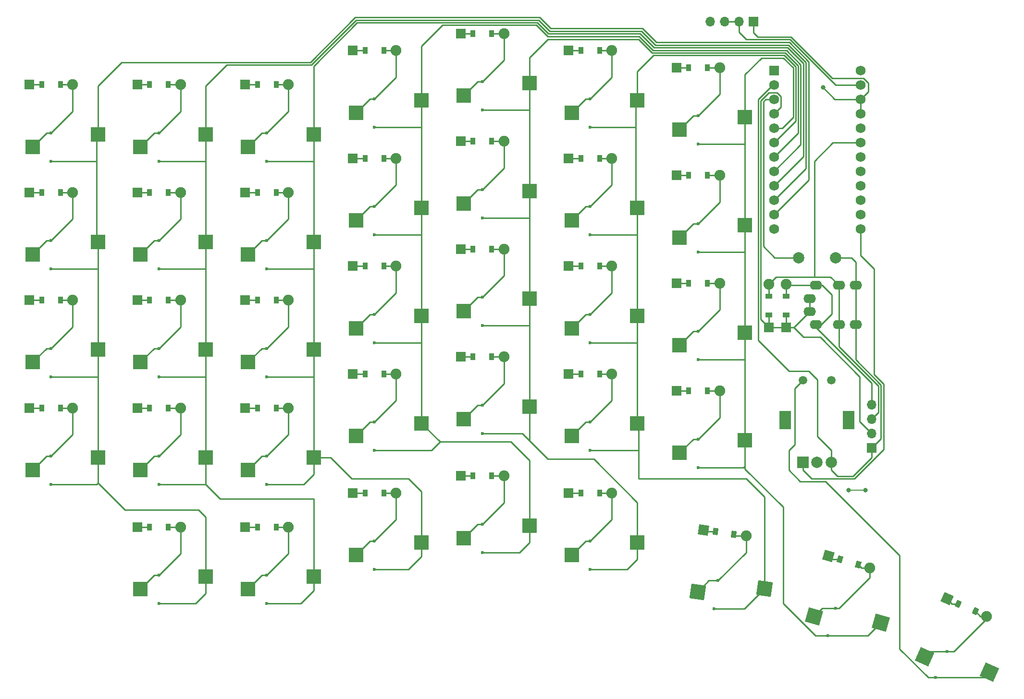
<source format=gbr>
%TF.GenerationSoftware,KiCad,Pcbnew,8.0.6*%
%TF.CreationDate,2024-11-25T22:34:01-05:00*%
%TF.ProjectId,jonkey-v2,6a6f6e6b-6579-42d7-9632-2e6b69636164,v1.0.0*%
%TF.SameCoordinates,Original*%
%TF.FileFunction,Copper,L1,Top*%
%TF.FilePolarity,Positive*%
%FSLAX46Y46*%
G04 Gerber Fmt 4.6, Leading zero omitted, Abs format (unit mm)*
G04 Created by KiCad (PCBNEW 8.0.6) date 2024-11-25 22:34:01*
%MOMM*%
%LPD*%
G01*
G04 APERTURE LIST*
G04 Aperture macros list*
%AMRotRect*
0 Rectangle, with rotation*
0 The origin of the aperture is its center*
0 $1 length*
0 $2 width*
0 $3 Rotation angle, in degrees counterclockwise*
0 Add horizontal line*
21,1,$1,$2,0,0,$3*%
G04 Aperture macros list end*
%TA.AperFunction,ComponentPad*%
%ADD10C,0.600000*%
%TD*%
%TA.AperFunction,SMDPad,CuDef*%
%ADD11R,2.600000X2.600000*%
%TD*%
%TA.AperFunction,ComponentPad*%
%ADD12R,1.778000X1.778000*%
%TD*%
%TA.AperFunction,SMDPad,CuDef*%
%ADD13R,0.900000X1.200000*%
%TD*%
%TA.AperFunction,ComponentPad*%
%ADD14C,1.905000*%
%TD*%
%TA.AperFunction,SMDPad,CuDef*%
%ADD15R,1.200000X0.900000*%
%TD*%
%TA.AperFunction,ComponentPad*%
%ADD16RotRect,1.778000X1.778000X352.000000*%
%TD*%
%TA.AperFunction,SMDPad,CuDef*%
%ADD17RotRect,0.900000X1.200000X352.000000*%
%TD*%
%TA.AperFunction,SMDPad,CuDef*%
%ADD18RotRect,2.600000X2.600000X164.000000*%
%TD*%
%TA.AperFunction,ComponentPad*%
%ADD19R,1.700000X1.700000*%
%TD*%
%TA.AperFunction,ComponentPad*%
%ADD20O,1.700000X1.700000*%
%TD*%
%TA.AperFunction,ComponentPad*%
%ADD21RotRect,1.778000X1.778000X344.000000*%
%TD*%
%TA.AperFunction,SMDPad,CuDef*%
%ADD22RotRect,0.900000X1.200000X344.000000*%
%TD*%
%TA.AperFunction,SMDPad,CuDef*%
%ADD23RotRect,2.600000X2.600000X172.000000*%
%TD*%
%TA.AperFunction,ComponentPad*%
%ADD24O,2.200000X1.600000*%
%TD*%
%TA.AperFunction,ComponentPad*%
%ADD25RotRect,1.778000X1.778000X336.000000*%
%TD*%
%TA.AperFunction,SMDPad,CuDef*%
%ADD26RotRect,0.900000X1.200000X336.000000*%
%TD*%
%TA.AperFunction,ComponentPad*%
%ADD27C,2.000000*%
%TD*%
%TA.AperFunction,SMDPad,CuDef*%
%ADD28RotRect,2.600000X2.600000X156.000000*%
%TD*%
%TA.AperFunction,ComponentPad*%
%ADD29R,1.752600X1.752600*%
%TD*%
%TA.AperFunction,ComponentPad*%
%ADD30C,1.752600*%
%TD*%
%TA.AperFunction,ComponentPad*%
%ADD31R,2.000000X3.200000*%
%TD*%
%TA.AperFunction,ComponentPad*%
%ADD32C,1.500000*%
%TD*%
%TA.AperFunction,ComponentPad*%
%ADD33R,2.000000X2.000000*%
%TD*%
%TA.AperFunction,ViaPad*%
%ADD34C,0.800000*%
%TD*%
%TA.AperFunction,Conductor*%
%ADD35C,0.250000*%
%TD*%
%TA.AperFunction,Conductor*%
%ADD36C,0.200000*%
%TD*%
G04 APERTURE END LIST*
D10*
%TO.P,REF\u002A\u002A,1*%
%TO.N,outer1_modifiers*%
X126500000Y-178000000D03*
%TD*%
%TO.P,REF\u002A\u002A,1*%
%TO.N,P19*%
X183500000Y-96000000D03*
%TD*%
%TO.P,REF\u002A\u002A,1*%
%TO.N,outer1_numbers*%
X126500000Y-100000000D03*
%TD*%
D11*
%TO.P,S26,1*%
%TO.N,index_bottom*%
X199225000Y-153450000D03*
%TO.P,S26,2*%
%TO.N,P20*%
X210775000Y-151250000D03*
%TD*%
D10*
%TO.P,REF\u002A\u002A,1*%
%TO.N,ring_modifiers*%
X164500000Y-172000000D03*
%TD*%
D12*
%TO.P,D8,1*%
%TO.N,P5*%
X122690000Y-110500000D03*
D13*
X124850000Y-110500000D03*
%TO.P,D8,2*%
%TO.N,outer1_top*%
X128150000Y-110500000D03*
D14*
X130310000Y-110500000D03*
%TD*%
D11*
%TO.P,S33,1*%
%TO.N,inner1_numbers*%
X218225000Y-99450000D03*
%TO.P,S33,2*%
%TO.N,P21*%
X229775000Y-97250000D03*
%TD*%
%TO.P,S30,1*%
%TO.N,inner1_bottom*%
X218225000Y-156450000D03*
%TO.P,S30,2*%
%TO.N,P21*%
X229775000Y-154250000D03*
%TD*%
%TO.P,S4,1*%
%TO.N,outer2_numbers*%
X104225000Y-102450000D03*
%TO.P,S4,2*%
%TO.N,P16*%
X115775000Y-100250000D03*
%TD*%
D12*
%TO.P,D5,1*%
%TO.N,P7*%
X122690000Y-169500000D03*
D13*
X124850000Y-169500000D03*
%TO.P,D5,2*%
%TO.N,outer1_modifiers*%
X128150000Y-169500000D03*
D14*
X130310000Y-169500000D03*
%TD*%
D10*
%TO.P,REF\u002A\u002A,1*%
%TO.N,P16*%
X107500000Y-143000000D03*
%TD*%
D11*
%TO.P,S25,1*%
%TO.N,index_modifiers*%
X199225000Y-174450000D03*
%TO.P,S25,2*%
%TO.N,P19*%
X210775000Y-172250000D03*
%TD*%
D14*
%TO.P,R11,2*%
%TO.N,P3*%
X234000000Y-126690000D03*
D15*
X234000000Y-128850000D03*
%TO.P,R11,1*%
%TO.N,VCC*%
X234000000Y-132150000D03*
D12*
X234000000Y-134310000D03*
%TD*%
%TO.P,D17,1*%
%TO.N,P6*%
X160690000Y-123500000D03*
D13*
X162850000Y-123500000D03*
%TO.P,D17,2*%
%TO.N,ring_home*%
X166150000Y-123500000D03*
D14*
X168310000Y-123500000D03*
%TD*%
D11*
%TO.P,S3,1*%
%TO.N,outer2_top*%
X104225000Y-121450000D03*
%TO.P,S3,2*%
%TO.N,P16*%
X115775000Y-119250000D03*
%TD*%
D10*
%TO.P,REF\u002A\u002A,1*%
%TO.N,index_top*%
X202500000Y-113000000D03*
%TD*%
%TO.P,REF\u002A\u002A,1*%
%TO.N,P14*%
X126500000Y-162000000D03*
%TD*%
D16*
%TO.P,D34,1*%
%TO.N,P7*%
X222422945Y-170018409D03*
D17*
X224561924Y-170319024D03*
%TO.P,D34,2*%
%TO.N,inner1_thumbrow*%
X227829808Y-170778296D03*
D14*
X229968787Y-171078911D03*
%TD*%
D10*
%TO.P,REF\u002A\u002A,1*%
%TO.N,inner1_top*%
X221500000Y-116000000D03*
%TD*%
D11*
%TO.P,S23,1*%
%TO.N,middle_top*%
X180225000Y-112450000D03*
%TO.P,S23,2*%
%TO.N,P19*%
X191775000Y-110250000D03*
%TD*%
D10*
%TO.P,REF\u002A\u002A,1*%
%TO.N,P14*%
X126500000Y-143000000D03*
%TD*%
D12*
%TO.P,D6,1*%
%TO.N,P10*%
X122690000Y-148500000D03*
D13*
X124850000Y-148500000D03*
%TO.P,D6,2*%
%TO.N,outer1_bottom*%
X128150000Y-148500000D03*
D14*
X130310000Y-148500000D03*
%TD*%
D11*
%TO.P,S11,1*%
%TO.N,pinky_bottom*%
X142225000Y-159450000D03*
%TO.P,S11,2*%
%TO.N,P15*%
X153775000Y-157250000D03*
%TD*%
D10*
%TO.P,REF\u002A\u002A,1*%
%TO.N,thumb1_thumbrow*%
X245769892Y-183848748D03*
%TD*%
D11*
%TO.P,S6,1*%
%TO.N,outer1_bottom*%
X123225000Y-159450000D03*
%TO.P,S6,2*%
%TO.N,P14*%
X134775000Y-157250000D03*
%TD*%
%TO.P,S24,1*%
%TO.N,middle_numbers*%
X180225000Y-93450000D03*
%TO.P,S24,2*%
%TO.N,P19*%
X191775000Y-91250000D03*
%TD*%
D12*
%TO.P,D1,1*%
%TO.N,P10*%
X103690000Y-148500000D03*
D13*
X105850000Y-148500000D03*
%TO.P,D1,2*%
%TO.N,outer2_bottom*%
X109150000Y-148500000D03*
D14*
X111310000Y-148500000D03*
%TD*%
D10*
%TO.P,REF\u002A\u002A,1*%
%TO.N,P16*%
X107500000Y-124000000D03*
%TD*%
%TO.P,REF\u002A\u002A,1*%
%TO.N,pinky_home*%
X145500000Y-138000000D03*
%TD*%
D12*
%TO.P,D7,1*%
%TO.N,P6*%
X122690000Y-129500000D03*
D13*
X124850000Y-129500000D03*
%TO.P,D7,2*%
%TO.N,outer1_home*%
X128150000Y-129500000D03*
D14*
X130310000Y-129500000D03*
%TD*%
D10*
%TO.P,REF\u002A\u002A,1*%
%TO.N,ring_top*%
X164500000Y-113000000D03*
%TD*%
%TO.P,REF\u002A\u002A,1*%
%TO.N,P20*%
X224317029Y-183917279D03*
%TD*%
D11*
%TO.P,S10,1*%
%TO.N,pinky_modifiers*%
X142225000Y-180450000D03*
%TO.P,S10,2*%
%TO.N,P14*%
X153775000Y-178250000D03*
%TD*%
D12*
%TO.P,D18,1*%
%TO.N,P5*%
X160690000Y-104500000D03*
D13*
X162850000Y-104500000D03*
%TO.P,D18,2*%
%TO.N,ring_top*%
X166150000Y-104500000D03*
D14*
X168310000Y-104500000D03*
%TD*%
D10*
%TO.P,REF\u002A\u002A,1*%
%TO.N,P15*%
X145500000Y-105000000D03*
%TD*%
%TO.P,REF\u002A\u002A,1*%
%TO.N,P19*%
X202500000Y-177000000D03*
%TD*%
%TO.P,REF\u002A\u002A,1*%
%TO.N,P20*%
X202500000Y-99000000D03*
%TD*%
%TO.P,REF\u002A\u002A,1*%
%TO.N,P18*%
X183500000Y-174000000D03*
%TD*%
D11*
%TO.P,S1,1*%
%TO.N,outer2_bottom*%
X104225000Y-159450000D03*
%TO.P,S1,2*%
%TO.N,P16*%
X115775000Y-157250000D03*
%TD*%
%TO.P,S20,1*%
%TO.N,middle_modifiers*%
X180225000Y-171450000D03*
%TO.P,S20,2*%
%TO.N,P18*%
X191775000Y-169250000D03*
%TD*%
D10*
%TO.P,REF\u002A\u002A,1*%
%TO.N,P18*%
X164500000Y-118000000D03*
%TD*%
D11*
%TO.P,S12,1*%
%TO.N,pinky_home*%
X142225000Y-140450000D03*
%TO.P,S12,2*%
%TO.N,P15*%
X153775000Y-138250000D03*
%TD*%
D10*
%TO.P,REF\u002A\u002A,1*%
%TO.N,thumb2_thumbrow*%
X265383130Y-191477421D03*
%TD*%
D11*
%TO.P,S29,1*%
%TO.N,index_numbers*%
X199225000Y-96450000D03*
%TO.P,S29,2*%
%TO.N,P20*%
X210775000Y-94250000D03*
%TD*%
D10*
%TO.P,REF\u002A\u002A,1*%
%TO.N,P19*%
X183500000Y-134000000D03*
%TD*%
%TO.P,REF\u002A\u002A,1*%
%TO.N,P21*%
X221500000Y-102000000D03*
%TD*%
%TO.P,REF\u002A\u002A,1*%
%TO.N,P14*%
X126500000Y-105000000D03*
%TD*%
%TO.P,REF\u002A\u002A,1*%
%TO.N,pinky_top*%
X145500000Y-119000000D03*
%TD*%
D11*
%TO.P,S17,1*%
%TO.N,ring_home*%
X161225000Y-134450000D03*
%TO.P,S17,2*%
%TO.N,P18*%
X172775000Y-132250000D03*
%TD*%
D10*
%TO.P,REF\u002A\u002A,1*%
%TO.N,ring_home*%
X164500000Y-132000000D03*
%TD*%
%TO.P,REF\u002A\u002A,1*%
%TO.N,P15*%
X145500000Y-162000000D03*
%TD*%
%TO.P,REF\u002A\u002A,1*%
%TO.N,P18*%
X164500000Y-156000000D03*
%TD*%
%TO.P,REF\u002A\u002A,1*%
%TO.N,P14*%
X126500000Y-124000000D03*
%TD*%
D12*
%TO.P,D4,1*%
%TO.N,P4*%
X103690000Y-91500000D03*
D13*
X105850000Y-91500000D03*
%TO.P,D4,2*%
%TO.N,outer2_numbers*%
X109150000Y-91500000D03*
D14*
X111310000Y-91500000D03*
%TD*%
D18*
%TO.P,S35,1*%
%TO.N,thumb1_thumbrow*%
X241946449Y-185301127D03*
%TO.P,S35,2*%
%TO.N,P21*%
X253655422Y-186369962D03*
%TD*%
D11*
%TO.P,S2,1*%
%TO.N,outer2_home*%
X104225000Y-140450000D03*
%TO.P,S2,2*%
%TO.N,P16*%
X115775000Y-138250000D03*
%TD*%
D10*
%TO.P,REF\u002A\u002A,1*%
%TO.N,P20*%
X202500000Y-137000000D03*
%TD*%
%TO.P,REF\u002A\u002A,1*%
%TO.N,P20*%
X202500000Y-156000000D03*
%TD*%
%TO.P,REF\u002A\u002A,1*%
%TO.N,P8*%
X263349447Y-196045148D03*
%TD*%
%TO.P,REF\u002A\u002A,1*%
%TO.N,P19*%
X183500000Y-115000000D03*
%TD*%
D12*
%TO.P,D32,1*%
%TO.N,P5*%
X217690000Y-107500000D03*
D13*
X219850000Y-107500000D03*
%TO.P,D32,2*%
%TO.N,inner1_top*%
X223150000Y-107500000D03*
D14*
X225310000Y-107500000D03*
%TD*%
D12*
%TO.P,D33,1*%
%TO.N,P4*%
X217690000Y-88500000D03*
D13*
X219850000Y-88500000D03*
%TO.P,D33,2*%
%TO.N,inner1_numbers*%
X223150000Y-88500000D03*
D14*
X225310000Y-88500000D03*
%TD*%
D11*
%TO.P,S5,1*%
%TO.N,outer1_modifiers*%
X123225000Y-180450000D03*
%TO.P,S5,2*%
%TO.N,P16*%
X134775000Y-178250000D03*
%TD*%
D10*
%TO.P,REF\u002A\u002A,1*%
%TO.N,inner1_bottom*%
X221500000Y-154000000D03*
%TD*%
D12*
%TO.P,D2,1*%
%TO.N,P6*%
X103690000Y-129500000D03*
D13*
X105850000Y-129500000D03*
%TO.P,D2,2*%
%TO.N,outer2_home*%
X109150000Y-129500000D03*
D14*
X111310000Y-129500000D03*
%TD*%
D11*
%TO.P,S22,1*%
%TO.N,middle_home*%
X180225000Y-131450000D03*
%TO.P,S22,2*%
%TO.N,P19*%
X191775000Y-129250000D03*
%TD*%
D10*
%TO.P,REF\u002A\u002A,1*%
%TO.N,P16*%
X107500000Y-162000000D03*
%TD*%
%TO.P,REF\u002A\u002A,1*%
%TO.N,P21*%
X221500000Y-159000000D03*
%TD*%
D11*
%TO.P,S28,1*%
%TO.N,index_top*%
X199225000Y-115450000D03*
%TO.P,S28,2*%
%TO.N,P20*%
X210775000Y-113250000D03*
%TD*%
D10*
%TO.P,REF\u002A\u002A,1*%
%TO.N,outer2_numbers*%
X107500000Y-100000000D03*
%TD*%
D11*
%TO.P,S27,1*%
%TO.N,index_home*%
X199225000Y-134450000D03*
%TO.P,S27,2*%
%TO.N,P20*%
X210775000Y-132250000D03*
%TD*%
D12*
%TO.P,D3,1*%
%TO.N,P5*%
X103690000Y-110500000D03*
D13*
X105850000Y-110500000D03*
%TO.P,D3,2*%
%TO.N,outer2_top*%
X109150000Y-110500000D03*
D14*
X111310000Y-110500000D03*
%TD*%
D12*
%TO.P,D25,1*%
%TO.N,P7*%
X198690000Y-163500000D03*
D13*
X200850000Y-163500000D03*
%TO.P,D25,2*%
%TO.N,index_modifiers*%
X204150000Y-163500000D03*
D14*
X206310000Y-163500000D03*
%TD*%
D11*
%TO.P,S19,1*%
%TO.N,ring_numbers*%
X161225000Y-96450000D03*
%TO.P,S19,2*%
%TO.N,P18*%
X172775000Y-94250000D03*
%TD*%
D10*
%TO.P,REF\u002A\u002A,1*%
%TO.N,P16*%
X126500000Y-183000000D03*
%TD*%
%TO.P,REF\u002A\u002A,1*%
%TO.N,inner1_numbers*%
X221500000Y-97000000D03*
%TD*%
%TO.P,REF\u002A\u002A,1*%
%TO.N,P21*%
X221500000Y-121000000D03*
%TD*%
D12*
%TO.P,D28,1*%
%TO.N,P5*%
X198690000Y-104500000D03*
D13*
X200850000Y-104500000D03*
%TO.P,D28,2*%
%TO.N,index_top*%
X204150000Y-104500000D03*
D14*
X206310000Y-104500000D03*
%TD*%
D12*
%TO.P,D12,1*%
%TO.N,P6*%
X141690000Y-129500000D03*
D13*
X143850000Y-129500000D03*
%TO.P,D12,2*%
%TO.N,pinky_home*%
X147150000Y-129500000D03*
D14*
X149310000Y-129500000D03*
%TD*%
D10*
%TO.P,REF\u002A\u002A,1*%
%TO.N,index_modifiers*%
X202500000Y-172000000D03*
%TD*%
D12*
%TO.P,D24,1*%
%TO.N,P4*%
X179690000Y-82500000D03*
D13*
X181850000Y-82500000D03*
%TO.P,D24,2*%
%TO.N,middle_numbers*%
X185150000Y-82500000D03*
D14*
X187310000Y-82500000D03*
%TD*%
D10*
%TO.P,REF\u002A\u002A,1*%
%TO.N,outer1_bottom*%
X126500000Y-157000000D03*
%TD*%
D12*
%TO.P,D31,1*%
%TO.N,P6*%
X217690000Y-126500000D03*
D13*
X219850000Y-126500000D03*
%TO.P,D31,2*%
%TO.N,inner1_home*%
X223150000Y-126500000D03*
D14*
X225310000Y-126500000D03*
%TD*%
D19*
%TO.P,SERIAL1,1*%
%TO.N,GND*%
X231300000Y-80400000D03*
D20*
%TO.P,SERIAL1,2*%
%TO.N,P0*%
X228760000Y-80400000D03*
%TO.P,SERIAL1,3*%
X226220000Y-80400000D03*
%TO.P,SERIAL1,4*%
%TO.N,VCC*%
X223680000Y-80400000D03*
%TD*%
D10*
%TO.P,REF\u002A\u002A,1*%
%TO.N,middle_top*%
X183500000Y-110000000D03*
%TD*%
%TO.P,REF\u002A\u002A,1*%
%TO.N,P15*%
X145500000Y-143000000D03*
%TD*%
%TO.P,REF\u002A\u002A,1*%
%TO.N,index_home*%
X202500000Y-132000000D03*
%TD*%
D11*
%TO.P,S13,1*%
%TO.N,pinky_top*%
X142225000Y-121450000D03*
%TO.P,S13,2*%
%TO.N,P15*%
X153775000Y-119250000D03*
%TD*%
%TO.P,S15,1*%
%TO.N,ring_modifiers*%
X161225000Y-174450000D03*
%TO.P,S15,2*%
%TO.N,P15*%
X172775000Y-172250000D03*
%TD*%
D21*
%TO.P,D35,1*%
%TO.N,P7*%
X244450403Y-174627845D03*
D22*
X246526728Y-175223221D03*
%TO.P,D35,2*%
%TO.N,thumb1_thumbrow*%
X249698892Y-176132825D03*
D14*
X251775217Y-176728201D03*
%TD*%
D12*
%TO.P,D10,1*%
%TO.N,P7*%
X141690000Y-169500000D03*
D13*
X143850000Y-169500000D03*
%TO.P,D10,2*%
%TO.N,pinky_modifiers*%
X147150000Y-169500000D03*
D14*
X149310000Y-169500000D03*
%TD*%
D11*
%TO.P,S14,1*%
%TO.N,pinky_numbers*%
X142225000Y-102450000D03*
%TO.P,S14,2*%
%TO.N,P15*%
X153775000Y-100250000D03*
%TD*%
D10*
%TO.P,REF\u002A\u002A,1*%
%TO.N,P15*%
X164500000Y-177000000D03*
%TD*%
D12*
%TO.P,D27,1*%
%TO.N,P6*%
X198690000Y-123500000D03*
D13*
X200850000Y-123500000D03*
%TO.P,D27,2*%
%TO.N,index_home*%
X204150000Y-123500000D03*
D14*
X206310000Y-123500000D03*
%TD*%
D10*
%TO.P,REF\u002A\u002A,1*%
%TO.N,index_numbers*%
X202500000Y-94000000D03*
%TD*%
%TO.P,REF\u002A\u002A,1*%
%TO.N,outer2_top*%
X107500000Y-119000000D03*
%TD*%
%TO.P,REF\u002A\u002A,1*%
%TO.N,pinky_numbers*%
X145500000Y-100000000D03*
%TD*%
D23*
%TO.P,S34,1*%
%TO.N,inner1_thumbrow*%
X221428792Y-180936303D03*
%TO.P,S34,2*%
%TO.N,P20*%
X233172569Y-180365163D03*
%TD*%
D10*
%TO.P,REF\u002A\u002A,1*%
%TO.N,middle_home*%
X183500000Y-129000000D03*
%TD*%
D11*
%TO.P,S21,1*%
%TO.N,middle_bottom*%
X180225000Y-150450000D03*
%TO.P,S21,2*%
%TO.N,P19*%
X191775000Y-148250000D03*
%TD*%
D10*
%TO.P,REF\u002A\u002A,1*%
%TO.N,outer1_top*%
X126500000Y-119000000D03*
%TD*%
D11*
%TO.P,S31,1*%
%TO.N,inner1_home*%
X218225000Y-137450000D03*
%TO.P,S31,2*%
%TO.N,P21*%
X229775000Y-135250000D03*
%TD*%
D10*
%TO.P,REF\u002A\u002A,1*%
%TO.N,outer1_home*%
X126500000Y-138000000D03*
%TD*%
D11*
%TO.P,S18,1*%
%TO.N,ring_top*%
X161225000Y-115450000D03*
%TO.P,S18,2*%
%TO.N,P18*%
X172775000Y-113250000D03*
%TD*%
D24*
%TO.P,TRRS1,1*%
%TO.N,VCC*%
X241200000Y-129200000D03*
X241200000Y-131500000D03*
%TO.P,TRRS1,2*%
%TO.N,P2*%
X242300000Y-126900000D03*
X242300000Y-133800000D03*
%TO.P,TRRS1,3*%
%TO.N,P3*%
X246300000Y-126900000D03*
X246300000Y-133800000D03*
%TO.P,TRRS1,4*%
%TO.N,GND*%
X249300000Y-126900000D03*
X249300000Y-133800000D03*
%TD*%
D12*
%TO.P,D11,1*%
%TO.N,P10*%
X141690000Y-148500000D03*
D13*
X143850000Y-148500000D03*
%TO.P,D11,2*%
%TO.N,pinky_bottom*%
X147150000Y-148500000D03*
D14*
X149310000Y-148500000D03*
%TD*%
D11*
%TO.P,S16,1*%
%TO.N,ring_bottom*%
X161225000Y-153450000D03*
%TO.P,S16,2*%
%TO.N,P18*%
X172775000Y-151250000D03*
%TD*%
D10*
%TO.P,REF\u002A\u002A,1*%
%TO.N,index_bottom*%
X202500000Y-151000000D03*
%TD*%
%TO.P,REF\u002A\u002A,1*%
%TO.N,P18*%
X164500000Y-137000000D03*
%TD*%
D12*
%TO.P,D14,1*%
%TO.N,P4*%
X141690000Y-91500000D03*
D13*
X143850000Y-91500000D03*
%TO.P,D14,2*%
%TO.N,pinky_numbers*%
X147150000Y-91500000D03*
D14*
X149310000Y-91500000D03*
%TD*%
D12*
%TO.P,D9,1*%
%TO.N,P4*%
X122690000Y-91500000D03*
D13*
X124850000Y-91500000D03*
%TO.P,D9,2*%
%TO.N,outer1_numbers*%
X128150000Y-91500000D03*
D14*
X130310000Y-91500000D03*
%TD*%
D10*
%TO.P,REF\u002A\u002A,1*%
%TO.N,outer2_home*%
X107500000Y-138000000D03*
%TD*%
D12*
%TO.P,D13,1*%
%TO.N,P5*%
X141690000Y-110500000D03*
D13*
X143850000Y-110500000D03*
%TO.P,D13,2*%
%TO.N,pinky_top*%
X147150000Y-110500000D03*
D14*
X149310000Y-110500000D03*
%TD*%
D10*
%TO.P,REF\u002A\u002A,1*%
%TO.N,P21*%
X221500000Y-140000000D03*
%TD*%
D25*
%TO.P,D36,1*%
%TO.N,P7*%
X265359783Y-182162618D03*
D26*
X267333041Y-183041170D03*
%TO.P,D36,2*%
%TO.N,thumb2_thumbrow*%
X270347741Y-184383400D03*
D14*
X272320999Y-185261952D03*
%TD*%
D12*
%TO.P,D16,1*%
%TO.N,P10*%
X160690000Y-142500000D03*
D13*
X162850000Y-142500000D03*
%TO.P,D16,2*%
%TO.N,ring_bottom*%
X166150000Y-142500000D03*
D14*
X168310000Y-142500000D03*
%TD*%
D10*
%TO.P,REF\u002A\u002A,1*%
%TO.N,P18*%
X164500000Y-99000000D03*
%TD*%
D27*
%TO.P,RST1,1*%
%TO.N,GND*%
X245750000Y-122000000D03*
%TO.P,RST1,2*%
%TO.N,RST*%
X239250000Y-122000000D03*
%TD*%
D10*
%TO.P,REF\u002A\u002A,1*%
%TO.N,pinky_modifiers*%
X145500000Y-178000000D03*
%TD*%
%TO.P,REF\u002A\u002A,1*%
%TO.N,P15*%
X145500000Y-124000000D03*
%TD*%
D11*
%TO.P,S9,1*%
%TO.N,outer1_numbers*%
X123225000Y-102450000D03*
%TO.P,S9,2*%
%TO.N,P14*%
X134775000Y-100250000D03*
%TD*%
D28*
%TO.P,S36,1*%
%TO.N,thumb2_thumbrow*%
X261394764Y-192383545D03*
%TO.P,S36,2*%
%TO.N,P8*%
X272841034Y-195071553D03*
%TD*%
D12*
%TO.P,D30,1*%
%TO.N,P10*%
X217690000Y-145500000D03*
D13*
X219850000Y-145500000D03*
%TO.P,D30,2*%
%TO.N,inner1_bottom*%
X223150000Y-145500000D03*
D14*
X225310000Y-145500000D03*
%TD*%
D10*
%TO.P,REF\u002A\u002A,1*%
%TO.N,ring_bottom*%
X164500000Y-151000000D03*
%TD*%
%TO.P,REF\u002A\u002A,1*%
%TO.N,ring_numbers*%
X164500000Y-94000000D03*
%TD*%
D12*
%TO.P,D21,1*%
%TO.N,P10*%
X179690000Y-139500000D03*
D13*
X181850000Y-139500000D03*
%TO.P,D21,2*%
%TO.N,middle_bottom*%
X185150000Y-139500000D03*
D14*
X187310000Y-139500000D03*
%TD*%
D10*
%TO.P,REF\u002A\u002A,1*%
%TO.N,P16*%
X107500000Y-105000000D03*
%TD*%
%TO.P,REF\u002A\u002A,1*%
%TO.N,pinky_bottom*%
X145500000Y-157000000D03*
%TD*%
D12*
%TO.P,D26,1*%
%TO.N,P10*%
X198690000Y-142500000D03*
D13*
X200850000Y-142500000D03*
%TO.P,D26,2*%
%TO.N,index_bottom*%
X204150000Y-142500000D03*
D14*
X206310000Y-142500000D03*
%TD*%
D10*
%TO.P,REF\u002A\u002A,1*%
%TO.N,middle_numbers*%
X183500000Y-91000000D03*
%TD*%
%TO.P,REF\u002A\u002A,1*%
%TO.N,P20*%
X202500000Y-118000000D03*
%TD*%
D29*
%TO.P,MCU1,1*%
%TO.N,RAW*%
X234880000Y-89030000D03*
D30*
%TO.P,MCU1,2*%
%TO.N,GND*%
X234880000Y-91570000D03*
%TO.P,MCU1,3*%
%TO.N,RST*%
X234880000Y-94110000D03*
%TO.P,MCU1,4*%
%TO.N,VCC*%
X234880000Y-96650000D03*
%TO.P,MCU1,5*%
%TO.N,P21*%
X234880000Y-99190000D03*
%TO.P,MCU1,6*%
%TO.N,P20*%
X234880000Y-101730000D03*
%TO.P,MCU1,7*%
%TO.N,P19*%
X234880000Y-104270000D03*
%TO.P,MCU1,8*%
%TO.N,P18*%
X234880000Y-106810000D03*
%TO.P,MCU1,9*%
%TO.N,P15*%
X234880000Y-109350000D03*
%TO.P,MCU1,10*%
%TO.N,P14*%
X234880000Y-111890000D03*
%TO.P,MCU1,11*%
%TO.N,P16*%
X234880000Y-114430000D03*
%TO.P,MCU1,12*%
%TO.N,P10*%
X234880000Y-116970000D03*
%TO.P,MCU1,13*%
%TO.N,P1*%
X250120000Y-89030000D03*
%TO.P,MCU1,14*%
%TO.N,P0*%
X250120000Y-91570000D03*
%TO.P,MCU1,15*%
%TO.N,GND*%
X250120000Y-94110000D03*
%TO.P,MCU1,16*%
X250120000Y-96650000D03*
%TO.P,MCU1,17*%
%TO.N,P2*%
X250120000Y-99190000D03*
%TO.P,MCU1,18*%
%TO.N,P3*%
X250120000Y-101730000D03*
%TO.P,MCU1,19*%
%TO.N,P4*%
X250120000Y-104270000D03*
%TO.P,MCU1,20*%
%TO.N,P5*%
X250120000Y-106810000D03*
%TO.P,MCU1,21*%
%TO.N,P6*%
X250120000Y-109350000D03*
%TO.P,MCU1,22*%
%TO.N,P7*%
X250120000Y-111890000D03*
%TO.P,MCU1,23*%
%TO.N,P8*%
X250120000Y-114430000D03*
%TO.P,MCU1,24*%
%TO.N,P9*%
X250120000Y-116970000D03*
%TD*%
D14*
%TO.P,R21,2*%
%TO.N,P2*%
X237000000Y-126690000D03*
D15*
X237000000Y-128850000D03*
%TO.P,R21,1*%
%TO.N,VCC*%
X237000000Y-132150000D03*
D12*
X237000000Y-134310000D03*
%TD*%
D10*
%TO.P,REF\u002A\u002A,1*%
%TO.N,P14*%
X145500000Y-183000000D03*
%TD*%
D19*
%TO.P,OLED1,1*%
%TO.N,GND*%
X252100000Y-155550000D03*
D20*
%TO.P,OLED1,2*%
%TO.N,VCC*%
X252100000Y-153010000D03*
%TO.P,OLED1,3*%
%TO.N,P3*%
X252100000Y-150470000D03*
%TO.P,OLED1,4*%
%TO.N,P2*%
X252100000Y-147930000D03*
%TD*%
D11*
%TO.P,S32,1*%
%TO.N,inner1_top*%
X218225000Y-118450000D03*
%TO.P,S32,2*%
%TO.N,P21*%
X229775000Y-116250000D03*
%TD*%
D10*
%TO.P,REF\u002A\u002A,1*%
%TO.N,middle_bottom*%
X183500000Y-148000000D03*
%TD*%
D12*
%TO.P,D22,1*%
%TO.N,P6*%
X179690000Y-120500000D03*
D13*
X181850000Y-120500000D03*
%TO.P,D22,2*%
%TO.N,middle_home*%
X185150000Y-120500000D03*
D14*
X187310000Y-120500000D03*
%TD*%
D10*
%TO.P,REF\u002A\u002A,1*%
%TO.N,P21*%
X244391705Y-188655056D03*
%TD*%
%TO.P,REF\u002A\u002A,1*%
%TO.N,middle_modifiers*%
X183500000Y-169000000D03*
%TD*%
%TO.P,REF\u002A\u002A,1*%
%TO.N,outer2_bottom*%
X107500000Y-157000000D03*
%TD*%
%TO.P,REF\u002A\u002A,1*%
%TO.N,inner1_home*%
X221500000Y-135000000D03*
%TD*%
D31*
%TO.P,ROT1,*%
%TO.N,*%
X236860000Y-150620000D03*
X248060000Y-150620000D03*
D32*
%TO.P,ROT1,1*%
%TO.N,P8*%
X239960000Y-143620000D03*
%TO.P,ROT1,2*%
%TO.N,P10*%
X244960000Y-143620000D03*
D33*
%TO.P,ROT1,A*%
%TO.N,P9*%
X239960000Y-158120000D03*
D27*
%TO.P,ROT1,B*%
%TO.N,GND*%
X244960000Y-158120000D03*
%TO.P,ROT1,C*%
%TO.N,P1*%
X242460000Y-158120000D03*
%TD*%
D12*
%TO.P,D23,1*%
%TO.N,P5*%
X179690000Y-101500000D03*
D13*
X181850000Y-101500000D03*
%TO.P,D23,2*%
%TO.N,middle_top*%
X185150000Y-101500000D03*
D14*
X187310000Y-101500000D03*
%TD*%
D11*
%TO.P,S7,1*%
%TO.N,outer1_home*%
X123225000Y-140450000D03*
%TO.P,S7,2*%
%TO.N,P14*%
X134775000Y-138250000D03*
%TD*%
D12*
%TO.P,D20,1*%
%TO.N,P7*%
X179690000Y-160500000D03*
D13*
X181850000Y-160500000D03*
%TO.P,D20,2*%
%TO.N,middle_modifiers*%
X185150000Y-160500000D03*
D14*
X187310000Y-160500000D03*
%TD*%
D10*
%TO.P,REF\u002A\u002A,1*%
%TO.N,P19*%
X183500000Y-153000000D03*
%TD*%
D12*
%TO.P,D29,1*%
%TO.N,P4*%
X198690000Y-85500000D03*
D13*
X200850000Y-85500000D03*
%TO.P,D29,2*%
%TO.N,index_numbers*%
X204150000Y-85500000D03*
D14*
X206310000Y-85500000D03*
%TD*%
D12*
%TO.P,D15,1*%
%TO.N,P7*%
X160690000Y-163500000D03*
D13*
X162850000Y-163500000D03*
%TO.P,D15,2*%
%TO.N,ring_modifiers*%
X166150000Y-163500000D03*
D14*
X168310000Y-163500000D03*
%TD*%
D10*
%TO.P,REF\u002A\u002A,1*%
%TO.N,inner1_thumbrow*%
X225012894Y-178965938D03*
%TD*%
D12*
%TO.P,D19,1*%
%TO.N,P4*%
X160690000Y-85500000D03*
D13*
X162850000Y-85500000D03*
%TO.P,D19,2*%
%TO.N,ring_numbers*%
X166150000Y-85500000D03*
D14*
X168310000Y-85500000D03*
%TD*%
D11*
%TO.P,S8,1*%
%TO.N,outer1_top*%
X123225000Y-121450000D03*
%TO.P,S8,2*%
%TO.N,P14*%
X134775000Y-119250000D03*
%TD*%
D34*
%TO.N,P1*%
X248000000Y-163000000D03*
X251000000Y-163000000D03*
%TO.N,GND*%
X243500000Y-92000000D03*
%TD*%
D35*
%TO.N,P8*%
X263349447Y-196045148D02*
X262045148Y-196045148D01*
X262045148Y-196045148D02*
X257000000Y-191000000D01*
X257000000Y-191000000D02*
X257000000Y-174500000D01*
X244000000Y-161500000D02*
X239500000Y-161500000D01*
X257000000Y-174500000D02*
X244000000Y-161500000D01*
X238500000Y-145080000D02*
X239960000Y-143620000D01*
X239500000Y-161500000D02*
X237500000Y-159500000D01*
X237500000Y-159500000D02*
X237500000Y-156000000D01*
X237500000Y-156000000D02*
X238500000Y-155000000D01*
X238500000Y-155000000D02*
X238500000Y-145080000D01*
%TO.N,P15*%
X153775000Y-157250000D02*
X153775000Y-160225000D01*
X153775000Y-160225000D02*
X152000000Y-162000000D01*
X152000000Y-162000000D02*
X145500000Y-162000000D01*
%TO.N,P16*%
X134775000Y-178250000D02*
X134775000Y-181225000D01*
X134775000Y-181225000D02*
X133000000Y-183000000D01*
X133000000Y-183000000D02*
X126500000Y-183000000D01*
X234880000Y-114430000D02*
X241000000Y-108310000D01*
X241000000Y-108310000D02*
X241000000Y-87454416D01*
X241000000Y-87454416D02*
X237595584Y-84050000D01*
X115775000Y-91725000D02*
X115775000Y-100250000D01*
X237595584Y-84050000D02*
X214186396Y-84050000D01*
X214186396Y-84050000D02*
X211736396Y-81600000D01*
X211736396Y-81600000D02*
X195509188Y-81600000D01*
X161077208Y-79650000D02*
X153177208Y-87550000D01*
X195509188Y-81600000D02*
X193559188Y-79650000D01*
X193559188Y-79650000D02*
X161077208Y-79650000D01*
X153177208Y-87550000D02*
X119950000Y-87550000D01*
X119950000Y-87550000D02*
X115775000Y-91725000D01*
%TO.N,P14*%
X234880000Y-111890000D02*
X240500000Y-106270000D01*
X161263604Y-80100000D02*
X153363604Y-88000000D01*
X240500000Y-106270000D02*
X240500000Y-87590812D01*
X240500000Y-87590812D02*
X237409188Y-84500000D01*
X237409188Y-84500000D02*
X214000000Y-84500000D01*
X195322792Y-82050000D02*
X193372792Y-80100000D01*
X214000000Y-84500000D02*
X211550000Y-82050000D01*
X134775000Y-91725000D02*
X134775000Y-100250000D01*
X211550000Y-82050000D02*
X195322792Y-82050000D01*
X153363604Y-88000000D02*
X138500000Y-88000000D01*
X193372792Y-80100000D02*
X161263604Y-80100000D01*
X138500000Y-88000000D02*
X134775000Y-91725000D01*
%TO.N,P15*%
X234880000Y-109350000D02*
X240050000Y-104180000D01*
X240050000Y-104180000D02*
X240050000Y-87777208D01*
X193186396Y-80550000D02*
X161450000Y-80550000D01*
X240050000Y-87777208D02*
X237254594Y-84981802D01*
X237254594Y-84981802D02*
X213754594Y-84981802D01*
X213754594Y-84981802D02*
X211272792Y-82500000D01*
X211272792Y-82500000D02*
X195136396Y-82500000D01*
X195136396Y-82500000D02*
X193186396Y-80550000D01*
X161450000Y-80550000D02*
X153775000Y-88225000D01*
X153775000Y-88225000D02*
X153775000Y-100250000D01*
D36*
%TO.N,P1*%
X251000000Y-163000000D02*
X248000000Y-163000000D01*
D35*
%TO.N,P16*%
X115775000Y-138250000D02*
X115775000Y-143000000D01*
X115775000Y-143000000D02*
X115775000Y-157250000D01*
X107500000Y-143000000D02*
X115775000Y-143000000D01*
%TO.N,P18*%
X164500000Y-156000000D02*
X174525000Y-156000000D01*
X174525000Y-156000000D02*
X176025000Y-154500000D01*
X172775000Y-132250000D02*
X172775000Y-137000000D01*
X172775000Y-137000000D02*
X172775000Y-151250000D01*
X164500000Y-137000000D02*
X172775000Y-137000000D01*
X172775000Y-113250000D02*
X172775000Y-118000000D01*
X164500000Y-118000000D02*
X172775000Y-118000000D01*
X172775000Y-118000000D02*
X172775000Y-132250000D01*
X172775000Y-94250000D02*
X172775000Y-99000000D01*
X172775000Y-99000000D02*
X172775000Y-113250000D01*
X164500000Y-99000000D02*
X172775000Y-99000000D01*
%TO.N,P7*%
X124850000Y-169500000D02*
X122690000Y-169500000D01*
%TO.N,outer1_modifiers*%
X130310000Y-169500000D02*
X128150000Y-169500000D01*
%TO.N,P10*%
X162850000Y-142500000D02*
X160690000Y-142500000D01*
%TO.N,ring_bottom*%
X168310000Y-142500000D02*
X166150000Y-142500000D01*
X168310000Y-142500000D02*
X168310000Y-147190000D01*
X168310000Y-147190000D02*
X164500000Y-151000000D01*
X161225000Y-153450000D02*
X163675000Y-151000000D01*
X163675000Y-151000000D02*
X164500000Y-151000000D01*
%TO.N,P6*%
X162850000Y-123500000D02*
X160690000Y-123500000D01*
%TO.N,ring_home*%
X168310000Y-123500000D02*
X166150000Y-123500000D01*
X168310000Y-123500000D02*
X168310000Y-128190000D01*
X168310000Y-128190000D02*
X164500000Y-132000000D01*
X161225000Y-134450000D02*
X163675000Y-132000000D01*
X163675000Y-132000000D02*
X164500000Y-132000000D01*
%TO.N,P5*%
X162850000Y-104500000D02*
X160690000Y-104500000D01*
%TO.N,ring_top*%
X168310000Y-104500000D02*
X166150000Y-104500000D01*
X168310000Y-104500000D02*
X168310000Y-109190000D01*
X168310000Y-109190000D02*
X164500000Y-113000000D01*
X161225000Y-115450000D02*
X163675000Y-113000000D01*
X163675000Y-113000000D02*
X164500000Y-113000000D01*
%TO.N,P4*%
X162850000Y-85500000D02*
X160690000Y-85500000D01*
%TO.N,ring_numbers*%
X168310000Y-85500000D02*
X166150000Y-85500000D01*
X168310000Y-85500000D02*
X168310000Y-90190000D01*
X168310000Y-90190000D02*
X164500000Y-94000000D01*
X161225000Y-96450000D02*
X163675000Y-94000000D01*
X163675000Y-94000000D02*
X164500000Y-94000000D01*
%TO.N,GND*%
X250120000Y-94110000D02*
X245610000Y-94110000D01*
X245610000Y-94110000D02*
X243500000Y-92000000D01*
X250120000Y-96650000D02*
X250120000Y-94110000D01*
X234880000Y-91570000D02*
X234657208Y-91570000D01*
X234657208Y-91570000D02*
X232100000Y-94127208D01*
X232100000Y-94127208D02*
X232100000Y-136600000D01*
X232100000Y-136600000D02*
X237500000Y-142000000D01*
X237500000Y-142000000D02*
X241000000Y-142000000D01*
X241000000Y-142000000D02*
X242500000Y-143500000D01*
X242500000Y-143500000D02*
X242500000Y-153500000D01*
X242500000Y-153500000D02*
X244960000Y-155960000D01*
X244960000Y-155960000D02*
X244960000Y-158120000D01*
X250120000Y-94110000D02*
X251500000Y-92730000D01*
X251500000Y-92730000D02*
X251500000Y-91251105D01*
X245187076Y-90368700D02*
X237868376Y-83050000D01*
X251500000Y-91251105D02*
X250617595Y-90368700D01*
X250617595Y-90368700D02*
X245187076Y-90368700D01*
X237868376Y-83050000D02*
X232050000Y-83050000D01*
X232050000Y-83050000D02*
X231300000Y-82300000D01*
X231300000Y-82300000D02*
X231300000Y-80400000D01*
%TO.N,P0*%
X226220000Y-80400000D02*
X228760000Y-80400000D01*
X250120000Y-91570000D02*
X245751980Y-91570000D01*
X245751980Y-91570000D02*
X237681980Y-83500000D01*
X237681980Y-83500000D02*
X230000000Y-83500000D01*
X230000000Y-83500000D02*
X228760000Y-82260000D01*
X228760000Y-82260000D02*
X228760000Y-80400000D01*
%TO.N,GND*%
X252100000Y-155550000D02*
X252100000Y-157263604D01*
X252100000Y-157263604D02*
X248813604Y-160550000D01*
X248813604Y-160550000D02*
X246050000Y-160550000D01*
X246050000Y-160550000D02*
X244960000Y-159460000D01*
X244960000Y-159460000D02*
X244960000Y-158120000D01*
%TO.N,P3*%
X244812500Y-125412500D02*
X242000000Y-125412500D01*
X242000000Y-125412500D02*
X235277500Y-125412500D01*
%TO.N,GND*%
X249300000Y-133800000D02*
X249300000Y-140027208D01*
X249300000Y-140027208D02*
X253725000Y-144452208D01*
X253725000Y-144452208D02*
X253725000Y-153925000D01*
X253725000Y-153925000D02*
X252100000Y-155550000D01*
%TO.N,P3*%
X252100000Y-150470000D02*
X253275000Y-149295000D01*
X253275000Y-149295000D02*
X253275000Y-144638604D01*
X253275000Y-144638604D02*
X246300000Y-137663604D01*
X246300000Y-137663604D02*
X246300000Y-133800000D01*
%TO.N,VCC*%
X252100000Y-153010000D02*
X250000000Y-150910000D01*
X250000000Y-150910000D02*
X250000000Y-143000000D01*
X250000000Y-143000000D02*
X243000000Y-136000000D01*
X243000000Y-136000000D02*
X240080000Y-136000000D01*
X240080000Y-136000000D02*
X238390000Y-134310000D01*
%TO.N,P2*%
X252100000Y-147930000D02*
X252100000Y-144100000D01*
X252100000Y-144100000D02*
X242300000Y-134300000D01*
X242300000Y-134300000D02*
X242300000Y-133800000D01*
%TO.N,VCC*%
X234880000Y-96650000D02*
X236081300Y-95448700D01*
X236081300Y-95448700D02*
X236081300Y-93612405D01*
X236081300Y-93612405D02*
X235377595Y-92908700D01*
X235377595Y-92908700D02*
X233954904Y-92908700D01*
X233954904Y-92908700D02*
X232550000Y-94313604D01*
X232550000Y-94313604D02*
X232550000Y-132860000D01*
X232550000Y-132860000D02*
X234000000Y-134310000D01*
%TO.N,RST*%
X233000000Y-120000000D02*
X235000000Y-122000000D01*
X235000000Y-122000000D02*
X239250000Y-122000000D01*
X233390000Y-94110000D02*
X233000000Y-94500000D01*
X234880000Y-94110000D02*
X233390000Y-94110000D01*
X233000000Y-94500000D02*
X233000000Y-120000000D01*
%TO.N,P18*%
X234880000Y-106810000D02*
X239600000Y-102090000D01*
X237068198Y-85431802D02*
X213568198Y-85431802D01*
X239600000Y-102090000D02*
X239600000Y-87963604D01*
X172775000Y-84725000D02*
X172775000Y-94250000D01*
X239600000Y-87963604D02*
X237068198Y-85431802D01*
X213568198Y-85431802D02*
X211136396Y-83000000D01*
X211136396Y-83000000D02*
X195000000Y-83000000D01*
X195000000Y-83000000D02*
X193000000Y-81000000D01*
X193000000Y-81000000D02*
X176500000Y-81000000D01*
X176500000Y-81000000D02*
X172775000Y-84725000D01*
%TO.N,P21*%
X234880000Y-99190000D02*
X236310000Y-99190000D01*
X238250000Y-88522792D02*
X236509010Y-86781802D01*
X236310000Y-99190000D02*
X238250000Y-97250000D01*
X238250000Y-97250000D02*
X238250000Y-88522792D01*
X236509010Y-86781802D02*
X232718198Y-86781802D01*
X232718198Y-86781802D02*
X229775000Y-89725000D01*
X229775000Y-89725000D02*
X229775000Y-97250000D01*
%TO.N,P20*%
X234880000Y-101730000D02*
X238700000Y-97910000D01*
X238700000Y-97910000D02*
X238700000Y-88336396D01*
X238700000Y-88336396D02*
X236695406Y-86331802D01*
X236695406Y-86331802D02*
X213668198Y-86331802D01*
X213668198Y-86331802D02*
X210775000Y-89225000D01*
X210775000Y-89225000D02*
X210775000Y-94250000D01*
%TO.N,P19*%
X234880000Y-104270000D02*
X239150000Y-100000000D01*
X239150000Y-100000000D02*
X239150000Y-88150000D01*
X239150000Y-88150000D02*
X236881802Y-85881802D01*
X236881802Y-85881802D02*
X213381802Y-85881802D01*
X213381802Y-85881802D02*
X211000000Y-83500000D01*
X211000000Y-83500000D02*
X195000000Y-83500000D01*
X195000000Y-83500000D02*
X191775000Y-86725000D01*
X191775000Y-86725000D02*
X191775000Y-91250000D01*
%TO.N,VCC*%
X237000000Y-134310000D02*
X238390000Y-134310000D01*
X238390000Y-134310000D02*
X241200000Y-131500000D01*
X241200000Y-129200000D02*
X241200000Y-131500000D01*
%TO.N,GND*%
X249300000Y-122800000D02*
X248500000Y-122000000D01*
X249300000Y-126900000D02*
X249300000Y-122800000D01*
X248500000Y-122000000D02*
X245750000Y-122000000D01*
X249300000Y-126900000D02*
X249300000Y-133800000D01*
%TO.N,P3*%
X246300000Y-126900000D02*
X246300000Y-133800000D01*
%TO.N,P2*%
X242300000Y-133800000D02*
X243190990Y-133800000D01*
X243190990Y-133800000D02*
X245025000Y-131965990D01*
X245025000Y-131965990D02*
X245025000Y-128525000D01*
X245025000Y-128525000D02*
X243400000Y-126900000D01*
X243400000Y-126900000D02*
X242300000Y-126900000D01*
X237000000Y-126690000D02*
X237000000Y-128850000D01*
%TO.N,P3*%
X234000000Y-126690000D02*
X234000000Y-128850000D01*
X246300000Y-126900000D02*
X244812500Y-125412500D01*
X235277500Y-125412500D02*
X234000000Y-126690000D01*
%TO.N,P2*%
X242300000Y-126900000D02*
X237210000Y-126900000D01*
X237210000Y-126900000D02*
X237000000Y-126690000D01*
%TO.N,P16*%
X115775000Y-161725000D02*
X120550000Y-166500000D01*
X120550000Y-166500000D02*
X133500000Y-166500000D01*
X133500000Y-166500000D02*
X134775000Y-167775000D01*
X134775000Y-167775000D02*
X134775000Y-178250000D01*
%TO.N,outer1_modifiers*%
X130310000Y-169500000D02*
X130310000Y-174190000D01*
X130310000Y-174190000D02*
X126500000Y-178000000D01*
X123225000Y-180450000D02*
X125675000Y-178000000D01*
X125675000Y-178000000D02*
X126500000Y-178000000D01*
%TO.N,P16*%
X115775000Y-161725000D02*
X115500000Y-162000000D01*
X115775000Y-157250000D02*
X115775000Y-161725000D01*
X115500000Y-162000000D02*
X107500000Y-162000000D01*
%TO.N,P10*%
X105850000Y-148500000D02*
X103690000Y-148500000D01*
%TO.N,outer2_bottom*%
X111310000Y-148500000D02*
X109150000Y-148500000D01*
%TO.N,P6*%
X105850000Y-129500000D02*
X103690000Y-129500000D01*
%TO.N,outer2_home*%
X111310000Y-129500000D02*
X109150000Y-129500000D01*
%TO.N,P5*%
X105850000Y-110500000D02*
X103690000Y-110500000D01*
%TO.N,outer2_top*%
X111310000Y-110500000D02*
X109150000Y-110500000D01*
%TO.N,P4*%
X105850000Y-91500000D02*
X103690000Y-91500000D01*
%TO.N,outer2_numbers*%
X111310000Y-91500000D02*
X109150000Y-91500000D01*
%TO.N,outer2_bottom*%
X111310000Y-148500000D02*
X111310000Y-153190000D01*
X111310000Y-153190000D02*
X107500000Y-157000000D01*
X104225000Y-159450000D02*
X106675000Y-157000000D01*
X106675000Y-157000000D02*
X107500000Y-157000000D01*
%TO.N,outer2_home*%
X111310000Y-129500000D02*
X111310000Y-134190000D01*
X111310000Y-134190000D02*
X107500000Y-138000000D01*
X104225000Y-140450000D02*
X106675000Y-138000000D01*
X106675000Y-138000000D02*
X107500000Y-138000000D01*
%TO.N,outer2_top*%
X111310000Y-110500000D02*
X111310000Y-115190000D01*
X111310000Y-115190000D02*
X107500000Y-119000000D01*
X104225000Y-121450000D02*
X106675000Y-119000000D01*
X106675000Y-119000000D02*
X107500000Y-119000000D01*
%TO.N,outer2_numbers*%
X111310000Y-91500000D02*
X111310000Y-96190000D01*
X111310000Y-96190000D02*
X107500000Y-100000000D01*
X104225000Y-102450000D02*
X106675000Y-100000000D01*
X106675000Y-100000000D02*
X107500000Y-100000000D01*
%TO.N,P16*%
X115775000Y-119250000D02*
X115775000Y-124000000D01*
X115775000Y-124000000D02*
X115775000Y-138250000D01*
X107500000Y-124000000D02*
X115775000Y-124000000D01*
X115525000Y-100500000D02*
X115525000Y-105000000D01*
X107500000Y-105000000D02*
X115525000Y-105000000D01*
X115525000Y-105000000D02*
X115525000Y-119000000D01*
X115775000Y-100250000D02*
X115525000Y-100500000D01*
X115525000Y-119000000D02*
X115775000Y-119250000D01*
%TO.N,P14*%
X145500000Y-183000000D02*
X151500000Y-183000000D01*
X151500000Y-183000000D02*
X153775000Y-180725000D01*
X153775000Y-180725000D02*
X153775000Y-178250000D01*
X134775000Y-162000000D02*
X137275000Y-164500000D01*
X137275000Y-164500000D02*
X153775000Y-164500000D01*
X153775000Y-164500000D02*
X153775000Y-178250000D01*
X126500000Y-162000000D02*
X134775000Y-162000000D01*
X134775000Y-162000000D02*
X134775000Y-157250000D01*
%TO.N,pinky_modifiers*%
X149310000Y-169500000D02*
X149310000Y-174190000D01*
X149310000Y-174190000D02*
X145500000Y-178000000D01*
X142225000Y-180450000D02*
X144675000Y-178000000D01*
X144675000Y-178000000D02*
X145500000Y-178000000D01*
%TO.N,P7*%
X143850000Y-169500000D02*
X141690000Y-169500000D01*
%TO.N,pinky_modifiers*%
X149310000Y-169500000D02*
X147150000Y-169500000D01*
%TO.N,outer1_bottom*%
X130310000Y-148500000D02*
X130310000Y-153190000D01*
X130310000Y-153190000D02*
X126500000Y-157000000D01*
X123225000Y-159450000D02*
X125675000Y-157000000D01*
X125675000Y-157000000D02*
X126500000Y-157000000D01*
%TO.N,P10*%
X124850000Y-148500000D02*
X122690000Y-148500000D01*
%TO.N,outer1_bottom*%
X130310000Y-148500000D02*
X128150000Y-148500000D01*
%TO.N,P6*%
X124850000Y-129500000D02*
X122690000Y-129500000D01*
%TO.N,outer1_home*%
X130310000Y-129500000D02*
X128150000Y-129500000D01*
%TO.N,P5*%
X124850000Y-110500000D02*
X122690000Y-110500000D01*
%TO.N,outer1_top*%
X130310000Y-110500000D02*
X128150000Y-110500000D01*
%TO.N,P4*%
X124850000Y-91500000D02*
X122690000Y-91500000D01*
%TO.N,outer1_numbers*%
X130310000Y-91500000D02*
X128150000Y-91500000D01*
%TO.N,P14*%
X134775000Y-138250000D02*
X134775000Y-143000000D01*
X134775000Y-143000000D02*
X134775000Y-157250000D01*
X126500000Y-143000000D02*
X134775000Y-143000000D01*
%TO.N,outer1_home*%
X130310000Y-129500000D02*
X130310000Y-134190000D01*
X130310000Y-134190000D02*
X126500000Y-138000000D01*
X123225000Y-140450000D02*
X125675000Y-138000000D01*
X125675000Y-138000000D02*
X126500000Y-138000000D01*
%TO.N,outer1_top*%
X130310000Y-110500000D02*
X130310000Y-115190000D01*
X130310000Y-115190000D02*
X126500000Y-119000000D01*
X123225000Y-121450000D02*
X125675000Y-119000000D01*
X125675000Y-119000000D02*
X126500000Y-119000000D01*
%TO.N,outer1_numbers*%
X130310000Y-91500000D02*
X130310000Y-96190000D01*
X130310000Y-96190000D02*
X126500000Y-100000000D01*
X123225000Y-102450000D02*
X125675000Y-100000000D01*
X125675000Y-100000000D02*
X126500000Y-100000000D01*
%TO.N,P14*%
X134775000Y-119250000D02*
X134775000Y-124000000D01*
X134775000Y-124000000D02*
X134775000Y-138250000D01*
X126500000Y-124000000D02*
X134775000Y-124000000D01*
X134775000Y-100250000D02*
X134775000Y-105000000D01*
X134775000Y-105000000D02*
X134775000Y-119250000D01*
X126500000Y-105000000D02*
X134775000Y-105000000D01*
%TO.N,P4*%
X143850000Y-91500000D02*
X141690000Y-91500000D01*
%TO.N,pinky_numbers*%
X149310000Y-91500000D02*
X147150000Y-91500000D01*
X149310000Y-91500000D02*
X149310000Y-96190000D01*
X149310000Y-96190000D02*
X145500000Y-100000000D01*
X142225000Y-102450000D02*
X144675000Y-100000000D01*
X144675000Y-100000000D02*
X145500000Y-100000000D01*
%TO.N,P5*%
X143850000Y-110500000D02*
X141690000Y-110500000D01*
%TO.N,pinky_top*%
X149310000Y-110500000D02*
X147150000Y-110500000D01*
X142225000Y-121450000D02*
X144675000Y-119000000D01*
X144675000Y-119000000D02*
X145500000Y-119000000D01*
X149310000Y-110500000D02*
X149310000Y-115190000D01*
X149310000Y-115190000D02*
X145500000Y-119000000D01*
%TO.N,P6*%
X143850000Y-129500000D02*
X141690000Y-129500000D01*
%TO.N,pinky_home*%
X149310000Y-129500000D02*
X147150000Y-129500000D01*
X149310000Y-129500000D02*
X149310000Y-134190000D01*
X149310000Y-134190000D02*
X145500000Y-138000000D01*
X142225000Y-140450000D02*
X144675000Y-138000000D01*
X144675000Y-138000000D02*
X145500000Y-138000000D01*
%TO.N,P10*%
X143850000Y-148500000D02*
X141690000Y-148500000D01*
%TO.N,pinky_bottom*%
X149310000Y-148500000D02*
X147150000Y-148500000D01*
X149310000Y-148500000D02*
X149310000Y-153190000D01*
X149310000Y-153190000D02*
X145500000Y-157000000D01*
X142225000Y-159450000D02*
X144675000Y-157000000D01*
X144675000Y-157000000D02*
X145500000Y-157000000D01*
%TO.N,P15*%
X153775000Y-100250000D02*
X153775000Y-105000000D01*
X153775000Y-105000000D02*
X153775000Y-119250000D01*
X145500000Y-105000000D02*
X153775000Y-105000000D01*
X153775000Y-138250000D02*
X153775000Y-143000000D01*
X153775000Y-143000000D02*
X153775000Y-157250000D01*
X145500000Y-143000000D02*
X153775000Y-143000000D01*
X153775000Y-119250000D02*
X153775000Y-124000000D01*
X153775000Y-124000000D02*
X153775000Y-138250000D01*
X145500000Y-124000000D02*
X153775000Y-124000000D01*
%TO.N,P7*%
X162850000Y-163500000D02*
X160690000Y-163500000D01*
%TO.N,ring_modifiers*%
X168310000Y-163500000D02*
X166150000Y-163500000D01*
X168310000Y-163500000D02*
X168310000Y-168190000D01*
X168310000Y-168190000D02*
X164500000Y-172000000D01*
X161225000Y-174450000D02*
X163675000Y-172000000D01*
X163675000Y-172000000D02*
X164500000Y-172000000D01*
%TO.N,P15*%
X164500000Y-177000000D02*
X170500000Y-177000000D01*
X170500000Y-177000000D02*
X172775000Y-174725000D01*
X172775000Y-174725000D02*
X172775000Y-172250000D01*
X153775000Y-157250000D02*
X156750000Y-157250000D01*
X170500000Y-161000000D02*
X172775000Y-163275000D01*
X156750000Y-157250000D02*
X160500000Y-161000000D01*
X160500000Y-161000000D02*
X170500000Y-161000000D01*
X172775000Y-163275000D02*
X172775000Y-172250000D01*
%TO.N,VCC*%
X234000000Y-134310000D02*
X237000000Y-134310000D01*
X237000000Y-132150000D02*
X237000000Y-134310000D01*
X234000000Y-132150000D02*
X234000000Y-134310000D01*
%TO.N,P7*%
X200850000Y-163500000D02*
X198690000Y-163500000D01*
%TO.N,index_modifiers*%
X206310000Y-163500000D02*
X204150000Y-163500000D01*
%TO.N,P6*%
X219850000Y-126500000D02*
X217690000Y-126500000D01*
%TO.N,inner1_home*%
X225310000Y-126500000D02*
X223150000Y-126500000D01*
%TO.N,index_bottom*%
X206310000Y-142500000D02*
X206310000Y-147190000D01*
X206310000Y-147190000D02*
X202500000Y-151000000D01*
X199225000Y-153450000D02*
X201675000Y-151000000D01*
X201675000Y-151000000D02*
X202500000Y-151000000D01*
%TO.N,P10*%
X200850000Y-142500000D02*
X198690000Y-142500000D01*
%TO.N,index_bottom*%
X206310000Y-142500000D02*
X204150000Y-142500000D01*
%TO.N,P6*%
X200850000Y-123500000D02*
X198690000Y-123500000D01*
%TO.N,index_home*%
X206310000Y-123500000D02*
X204150000Y-123500000D01*
%TO.N,P4*%
X181850000Y-82500000D02*
X179690000Y-82500000D01*
%TO.N,middle_numbers*%
X187310000Y-82500000D02*
X185150000Y-82500000D01*
%TO.N,P5*%
X181850000Y-101500000D02*
X179690000Y-101500000D01*
%TO.N,middle_top*%
X187310000Y-101500000D02*
X185150000Y-101500000D01*
%TO.N,middle_bottom*%
X187310000Y-139500000D02*
X187310000Y-144190000D01*
X187310000Y-144190000D02*
X183500000Y-148000000D01*
X180225000Y-150450000D02*
X182675000Y-148000000D01*
X182675000Y-148000000D02*
X183500000Y-148000000D01*
%TO.N,P10*%
X181850000Y-139500000D02*
X179690000Y-139500000D01*
%TO.N,middle_bottom*%
X187310000Y-139500000D02*
X185150000Y-139500000D01*
%TO.N,P6*%
X181850000Y-120500000D02*
X179690000Y-120500000D01*
%TO.N,middle_home*%
X187310000Y-120500000D02*
X185150000Y-120500000D01*
%TO.N,P7*%
X181850000Y-160500000D02*
X179690000Y-160500000D01*
%TO.N,middle_modifiers*%
X187310000Y-160500000D02*
X185150000Y-160500000D01*
%TO.N,P18*%
X183500000Y-174000000D02*
X190000000Y-174000000D01*
X190000000Y-174000000D02*
X191775000Y-172225000D01*
X191775000Y-172225000D02*
X191775000Y-169250000D01*
%TO.N,middle_modifiers*%
X187310000Y-160500000D02*
X187310000Y-165190000D01*
X187310000Y-165190000D02*
X183500000Y-169000000D01*
X180225000Y-171450000D02*
X182675000Y-169000000D01*
X182675000Y-169000000D02*
X183500000Y-169000000D01*
%TO.N,P18*%
X172775000Y-151250000D02*
X176025000Y-154500000D01*
X191775000Y-157775000D02*
X191775000Y-169250000D01*
X176025000Y-154500000D02*
X188500000Y-154500000D01*
X188500000Y-154500000D02*
X191775000Y-157775000D01*
%TO.N,middle_numbers*%
X180225000Y-93450000D02*
X182675000Y-91000000D01*
X182675000Y-91000000D02*
X183500000Y-91000000D01*
X187310000Y-82500000D02*
X187310000Y-87190000D01*
X187310000Y-87190000D02*
X183500000Y-91000000D01*
%TO.N,middle_top*%
X180225000Y-112450000D02*
X182675000Y-110000000D01*
X182675000Y-110000000D02*
X183500000Y-110000000D01*
X187310000Y-101500000D02*
X187310000Y-106190000D01*
X187310000Y-106190000D02*
X183500000Y-110000000D01*
%TO.N,middle_home*%
X180225000Y-131450000D02*
X182675000Y-129000000D01*
X182675000Y-129000000D02*
X183500000Y-129000000D01*
X187310000Y-120500000D02*
X187310000Y-125190000D01*
X187310000Y-125190000D02*
X183500000Y-129000000D01*
%TO.N,P19*%
X191775000Y-129250000D02*
X191775000Y-134000000D01*
X191775000Y-134000000D02*
X191775000Y-148250000D01*
X183500000Y-134000000D02*
X191775000Y-134000000D01*
X210775000Y-172250000D02*
X210775000Y-175225000D01*
X210775000Y-175225000D02*
X209000000Y-177000000D01*
X209000000Y-177000000D02*
X202500000Y-177000000D01*
%TO.N,index_modifiers*%
X206310000Y-163500000D02*
X206310000Y-168190000D01*
X206310000Y-168190000D02*
X202500000Y-172000000D01*
X199225000Y-174450000D02*
X201675000Y-172000000D01*
X201675000Y-172000000D02*
X202500000Y-172000000D01*
%TO.N,index_home*%
X199225000Y-134450000D02*
X201675000Y-132000000D01*
X201675000Y-132000000D02*
X202500000Y-132000000D01*
X206310000Y-123500000D02*
X206310000Y-128190000D01*
X206310000Y-128190000D02*
X202500000Y-132000000D01*
%TO.N,P19*%
X191775000Y-148250000D02*
X191775000Y-154225000D01*
X191775000Y-154225000D02*
X191750000Y-154250000D01*
X183500000Y-153000000D02*
X190500000Y-153000000D01*
X190500000Y-153000000D02*
X195025000Y-157525000D01*
X195025000Y-157525000D02*
X203110965Y-157525000D01*
X203110965Y-157525000D02*
X210775000Y-165189035D01*
X210775000Y-165189035D02*
X210775000Y-172250000D01*
X191775000Y-110250000D02*
X191775000Y-115000000D01*
X191775000Y-115000000D02*
X191775000Y-129250000D01*
X183500000Y-115000000D02*
X191775000Y-115000000D01*
X191775000Y-91250000D02*
X191775000Y-96000000D01*
X191775000Y-96000000D02*
X191775000Y-110250000D01*
X183500000Y-96000000D02*
X191775000Y-96000000D01*
%TO.N,P10*%
X219850000Y-145500000D02*
X217690000Y-145500000D01*
%TO.N,inner1_bottom*%
X225310000Y-145500000D02*
X223150000Y-145500000D01*
X225310000Y-145500000D02*
X225310000Y-150190000D01*
X225310000Y-150190000D02*
X221500000Y-154000000D01*
X218225000Y-156450000D02*
X220675000Y-154000000D01*
X220675000Y-154000000D02*
X221500000Y-154000000D01*
%TO.N,inner1_home*%
X218225000Y-137450000D02*
X220675000Y-135000000D01*
X220675000Y-135000000D02*
X221500000Y-135000000D01*
X225310000Y-126500000D02*
X225310000Y-131190000D01*
X225310000Y-131190000D02*
X221500000Y-135000000D01*
%TO.N,P5*%
X219850000Y-107500000D02*
X217690000Y-107500000D01*
%TO.N,inner1_top*%
X225310000Y-107500000D02*
X223150000Y-107500000D01*
X225310000Y-107500000D02*
X225310000Y-112190000D01*
X225310000Y-112190000D02*
X221500000Y-116000000D01*
X218225000Y-118450000D02*
X220675000Y-116000000D01*
X220675000Y-116000000D02*
X221500000Y-116000000D01*
%TO.N,P5*%
X200850000Y-104500000D02*
X198690000Y-104500000D01*
%TO.N,index_top*%
X204150000Y-104500000D02*
X206310000Y-104500000D01*
X206310000Y-104500000D02*
X206310000Y-109190000D01*
X206310000Y-109190000D02*
X202500000Y-113000000D01*
X199225000Y-115450000D02*
X201675000Y-113000000D01*
X201675000Y-113000000D02*
X202500000Y-113000000D01*
%TO.N,index_numbers*%
X199225000Y-96450000D02*
X201675000Y-94000000D01*
X201675000Y-94000000D02*
X202500000Y-94000000D01*
%TO.N,P4*%
X200850000Y-85500000D02*
X198690000Y-85500000D01*
%TO.N,index_numbers*%
X206310000Y-85500000D02*
X204150000Y-85500000D01*
X202500000Y-94000000D02*
X206310000Y-90190000D01*
X206310000Y-90190000D02*
X206310000Y-85500000D01*
%TO.N,P20*%
X211000000Y-152475000D02*
X211000000Y-156000000D01*
X211000000Y-156000000D02*
X211000000Y-161000000D01*
X202500000Y-156000000D02*
X211000000Y-156000000D01*
X210775000Y-132250000D02*
X210775000Y-137000000D01*
X210775000Y-137000000D02*
X210775000Y-151250000D01*
X202500000Y-137000000D02*
X210775000Y-137000000D01*
X210775000Y-113250000D02*
X210775000Y-118000000D01*
X210775000Y-118000000D02*
X210775000Y-132250000D01*
X202500000Y-118000000D02*
X210775000Y-118000000D01*
X210525000Y-94500000D02*
X210525000Y-99000000D01*
X202500000Y-99000000D02*
X210525000Y-99000000D01*
X210525000Y-99000000D02*
X210525000Y-113000000D01*
%TO.N,P7*%
X224561924Y-170319024D02*
X222723560Y-170319024D01*
X222723560Y-170319024D02*
X222422945Y-170018409D01*
%TO.N,inner1_thumbrow*%
X229968787Y-171078911D02*
X228130423Y-171078911D01*
X228130423Y-171078911D02*
X227829808Y-170778296D01*
X225012894Y-178965938D02*
X223399157Y-178965938D01*
X223399157Y-178965938D02*
X221428792Y-180936303D01*
X229968787Y-171078911D02*
X229968787Y-174010045D01*
X229968787Y-174010045D02*
X225012894Y-178965938D01*
%TO.N,P20*%
X224317029Y-183917279D02*
X229620453Y-183917279D01*
X229620453Y-183917279D02*
X233172569Y-180365163D01*
X210775000Y-151250000D02*
X210775000Y-152250000D01*
X210775000Y-152250000D02*
X211000000Y-152475000D01*
X230000000Y-161000000D02*
X233172569Y-164172569D01*
X211000000Y-161000000D02*
X230000000Y-161000000D01*
X233172569Y-164172569D02*
X233172569Y-180365163D01*
X210775000Y-94250000D02*
X210525000Y-94500000D01*
X210525000Y-113000000D02*
X210775000Y-113250000D01*
%TO.N,P4*%
X219850000Y-88500000D02*
X217690000Y-88500000D01*
%TO.N,inner1_numbers*%
X225310000Y-88500000D02*
X223150000Y-88500000D01*
X221500000Y-97000000D02*
X225310000Y-93190000D01*
X225310000Y-93190000D02*
X225310000Y-88500000D01*
X218225000Y-99450000D02*
X220675000Y-97000000D01*
X220675000Y-97000000D02*
X221500000Y-97000000D01*
%TO.N,P7*%
X246526728Y-175223221D02*
X245045779Y-175223221D01*
X245045779Y-175223221D02*
X244450403Y-174627845D01*
%TO.N,thumb1_thumbrow*%
X251775217Y-176728201D02*
X250294268Y-176728201D01*
X250294268Y-176728201D02*
X249698892Y-176132825D01*
X245769892Y-183848748D02*
X246325206Y-183848748D01*
X246325206Y-183848748D02*
X251775217Y-178398737D01*
X251775217Y-178398737D02*
X251775217Y-176728201D01*
X241946449Y-185301127D02*
X243398828Y-183848748D01*
X243398828Y-183848748D02*
X245769892Y-183848748D01*
%TO.N,P7*%
X267333041Y-183041170D02*
X266238335Y-183041170D01*
X266238335Y-183041170D02*
X265359783Y-182162618D01*
%TO.N,thumb2_thumbrow*%
X272320999Y-185261952D02*
X271226293Y-185261952D01*
X271226293Y-185261952D02*
X270347741Y-184383400D01*
X265383130Y-191477421D02*
X266564298Y-191477421D01*
X272320999Y-185720720D02*
X272320999Y-185261952D01*
X266564298Y-191477421D02*
X272320999Y-185720720D01*
X261394764Y-192383545D02*
X262300888Y-191477421D01*
X262300888Y-191477421D02*
X265383130Y-191477421D01*
%TO.N,P8*%
X272841034Y-195071553D02*
X271867439Y-196045148D01*
X271867439Y-196045148D02*
X263349447Y-196045148D01*
%TO.N,P21*%
X244391705Y-188655056D02*
X251370328Y-188655056D01*
X251370328Y-188655056D02*
X253655422Y-186369962D01*
X236500000Y-183000000D02*
X236500000Y-166000000D01*
X242155056Y-188655056D02*
X236500000Y-183000000D01*
X244391705Y-188655056D02*
X242155056Y-188655056D01*
X236500000Y-166000000D02*
X229775000Y-159275000D01*
X229775000Y-159275000D02*
X229775000Y-158725000D01*
X221500000Y-159000000D02*
X229500000Y-159000000D01*
X229500000Y-159000000D02*
X229775000Y-158725000D01*
X229775000Y-158725000D02*
X229775000Y-154250000D01*
X229775000Y-97250000D02*
X229775000Y-102000000D01*
X229775000Y-102000000D02*
X229775000Y-116250000D01*
X221500000Y-102000000D02*
X229775000Y-102000000D01*
X229775000Y-135250000D02*
X229775000Y-140000000D01*
X229775000Y-140000000D02*
X229775000Y-154250000D01*
X221500000Y-140000000D02*
X229775000Y-140000000D01*
X229775000Y-116250000D02*
X229775000Y-121000000D01*
X229775000Y-121000000D02*
X229775000Y-135250000D01*
X221500000Y-121000000D02*
X229775000Y-121000000D01*
%TO.N,P9*%
X250120000Y-116970000D02*
X250120000Y-121620000D01*
X241500000Y-161000000D02*
X239960000Y-159460000D01*
X250120000Y-121620000D02*
X252500000Y-124000000D01*
X254175000Y-155825000D02*
X249000000Y-161000000D01*
X239960000Y-159460000D02*
X239960000Y-158120000D01*
X252500000Y-124000000D02*
X252500000Y-142590812D01*
X252500000Y-142590812D02*
X254175000Y-144265812D01*
X254175000Y-144265812D02*
X254175000Y-155825000D01*
X249000000Y-161000000D02*
X241500000Y-161000000D01*
%TO.N,P3*%
X242000000Y-105000000D02*
X242000000Y-125412500D01*
X245270000Y-101730000D02*
X242000000Y-105000000D01*
X250120000Y-101730000D02*
X245270000Y-101730000D01*
%TD*%
M02*

</source>
